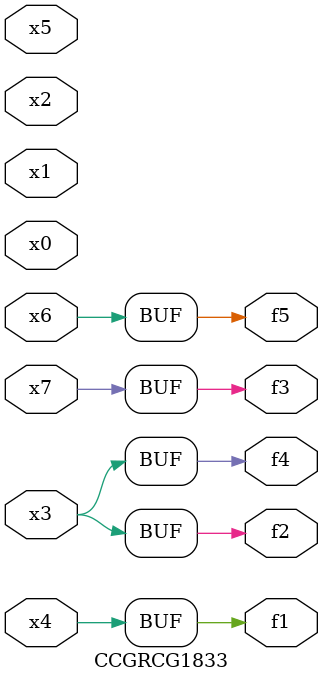
<source format=v>
module CCGRCG1833(
	input x0, x1, x2, x3, x4, x5, x6, x7,
	output f1, f2, f3, f4, f5
);
	assign f1 = x4;
	assign f2 = x3;
	assign f3 = x7;
	assign f4 = x3;
	assign f5 = x6;
endmodule

</source>
